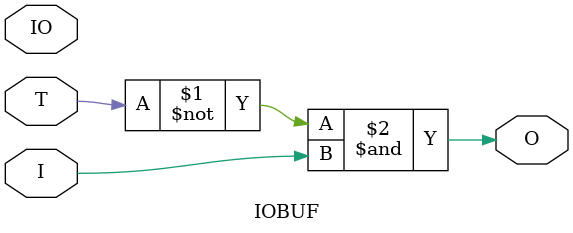
<source format=v>
module IOBUF(	// file.cleaned.mlir:2:3
  inout  IO,	// file.cleaned.mlir:2:26
  input  I,	// file.cleaned.mlir:2:39
         T,	// file.cleaned.mlir:2:51
  output O	// file.cleaned.mlir:2:64
);

  assign O = ~T & I;	// file.cleaned.mlir:4:10, :5:10, :6:5
endmodule


</source>
